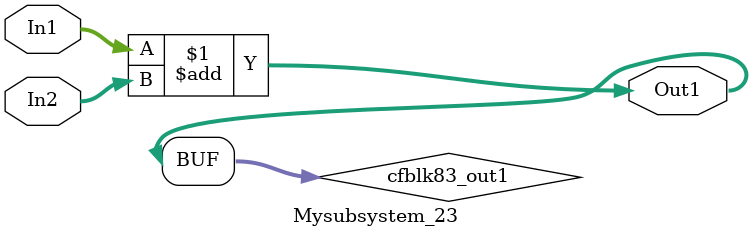
<source format=v>



`timescale 1 ns / 1 ns

module Mysubsystem_23
          (In1,
           In2,
           Out1);


  input   [7:0] In1;  // uint8
  input   [7:0] In2;  // uint8
  output  [7:0] Out1;  // uint8


  wire [7:0] cfblk83_out1;  // uint8


  assign cfblk83_out1 = In1 + In2;



  assign Out1 = cfblk83_out1;

endmodule  // Mysubsystem_23


</source>
